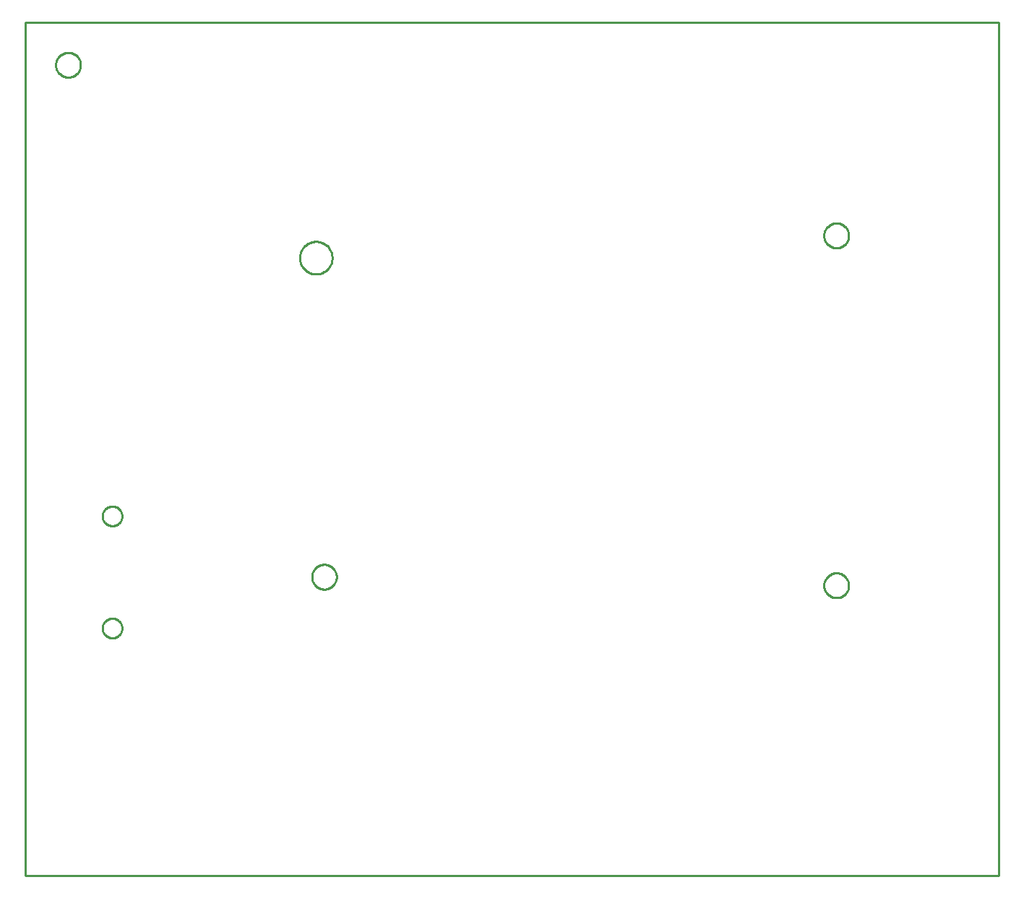
<source format=gbr>
G04 EAGLE Gerber RS-274X export*
G75*
%MOMM*%
%FSLAX34Y34*%
%LPD*%
%IN*%
%IPPOS*%
%AMOC8*
5,1,8,0,0,1.08239X$1,22.5*%
G01*
%ADD10C,0.254000*%


D10*
X0Y0D02*
X1140000Y0D01*
X1140000Y1000000D01*
X0Y1000000D01*
X0Y0D01*
X64500Y949482D02*
X64426Y948449D01*
X64279Y947424D01*
X64059Y946412D01*
X63767Y945418D01*
X63405Y944448D01*
X62975Y943505D01*
X62478Y942596D01*
X61918Y941725D01*
X61298Y940896D01*
X60619Y940113D01*
X59887Y939381D01*
X59104Y938703D01*
X58275Y938082D01*
X57404Y937522D01*
X56495Y937025D01*
X55552Y936595D01*
X54582Y936233D01*
X53588Y935941D01*
X52576Y935721D01*
X51551Y935574D01*
X50518Y935500D01*
X49482Y935500D01*
X48449Y935574D01*
X47424Y935721D01*
X46412Y935941D01*
X45418Y936233D01*
X44448Y936595D01*
X43505Y937025D01*
X42596Y937522D01*
X41725Y938082D01*
X40896Y938703D01*
X40113Y939381D01*
X39381Y940113D01*
X38703Y940896D01*
X38082Y941725D01*
X37522Y942596D01*
X37025Y943505D01*
X36595Y944448D01*
X36233Y945418D01*
X35941Y946412D01*
X35721Y947424D01*
X35574Y948449D01*
X35500Y949482D01*
X35500Y950518D01*
X35574Y951551D01*
X35721Y952576D01*
X35941Y953588D01*
X36233Y954582D01*
X36595Y955552D01*
X37025Y956495D01*
X37522Y957404D01*
X38082Y958275D01*
X38703Y959104D01*
X39381Y959887D01*
X40113Y960619D01*
X40896Y961298D01*
X41725Y961918D01*
X42596Y962478D01*
X43505Y962975D01*
X44448Y963405D01*
X45418Y963767D01*
X46412Y964059D01*
X47424Y964279D01*
X48449Y964426D01*
X49482Y964500D01*
X50518Y964500D01*
X51551Y964426D01*
X52576Y964279D01*
X53588Y964059D01*
X54582Y963767D01*
X55552Y963405D01*
X56495Y962975D01*
X57404Y962478D01*
X58275Y961918D01*
X59104Y961298D01*
X59887Y960619D01*
X60619Y959887D01*
X61298Y959104D01*
X61918Y958275D01*
X62478Y957404D01*
X62975Y956495D01*
X63405Y955552D01*
X63767Y954582D01*
X64059Y953588D01*
X64279Y952576D01*
X64426Y951551D01*
X64500Y950518D01*
X64500Y949482D01*
X964500Y749482D02*
X964426Y748449D01*
X964279Y747424D01*
X964059Y746412D01*
X963767Y745418D01*
X963405Y744448D01*
X962975Y743505D01*
X962478Y742596D01*
X961918Y741725D01*
X961298Y740896D01*
X960619Y740113D01*
X959887Y739381D01*
X959104Y738703D01*
X958275Y738082D01*
X957404Y737522D01*
X956495Y737025D01*
X955552Y736595D01*
X954582Y736233D01*
X953588Y735941D01*
X952576Y735721D01*
X951551Y735574D01*
X950518Y735500D01*
X949482Y735500D01*
X948449Y735574D01*
X947424Y735721D01*
X946412Y735941D01*
X945418Y736233D01*
X944448Y736595D01*
X943505Y737025D01*
X942596Y737522D01*
X941725Y738082D01*
X940896Y738703D01*
X940113Y739381D01*
X939381Y740113D01*
X938703Y740896D01*
X938082Y741725D01*
X937522Y742596D01*
X937025Y743505D01*
X936595Y744448D01*
X936233Y745418D01*
X935941Y746412D01*
X935721Y747424D01*
X935574Y748449D01*
X935500Y749482D01*
X935500Y750518D01*
X935574Y751551D01*
X935721Y752576D01*
X935941Y753588D01*
X936233Y754582D01*
X936595Y755552D01*
X937025Y756495D01*
X937522Y757404D01*
X938082Y758275D01*
X938703Y759104D01*
X939381Y759887D01*
X940113Y760619D01*
X940896Y761298D01*
X941725Y761918D01*
X942596Y762478D01*
X943505Y762975D01*
X944448Y763405D01*
X945418Y763767D01*
X946412Y764059D01*
X947424Y764279D01*
X948449Y764426D01*
X949482Y764500D01*
X950518Y764500D01*
X951551Y764426D01*
X952576Y764279D01*
X953588Y764059D01*
X954582Y763767D01*
X955552Y763405D01*
X956495Y762975D01*
X957404Y762478D01*
X958275Y761918D01*
X959104Y761298D01*
X959887Y760619D01*
X960619Y759887D01*
X961298Y759104D01*
X961918Y758275D01*
X962478Y757404D01*
X962975Y756495D01*
X963405Y755552D01*
X963767Y754582D01*
X964059Y753588D01*
X964279Y752576D01*
X964426Y751551D01*
X964500Y750518D01*
X964500Y749482D01*
X364500Y349482D02*
X364426Y348449D01*
X364279Y347424D01*
X364059Y346412D01*
X363767Y345418D01*
X363405Y344448D01*
X362975Y343505D01*
X362478Y342596D01*
X361918Y341725D01*
X361298Y340896D01*
X360619Y340113D01*
X359887Y339381D01*
X359104Y338703D01*
X358275Y338082D01*
X357404Y337522D01*
X356495Y337025D01*
X355552Y336595D01*
X354582Y336233D01*
X353588Y335941D01*
X352576Y335721D01*
X351551Y335574D01*
X350518Y335500D01*
X349482Y335500D01*
X348449Y335574D01*
X347424Y335721D01*
X346412Y335941D01*
X345418Y336233D01*
X344448Y336595D01*
X343505Y337025D01*
X342596Y337522D01*
X341725Y338082D01*
X340896Y338703D01*
X340113Y339381D01*
X339381Y340113D01*
X338703Y340896D01*
X338082Y341725D01*
X337522Y342596D01*
X337025Y343505D01*
X336595Y344448D01*
X336233Y345418D01*
X335941Y346412D01*
X335721Y347424D01*
X335574Y348449D01*
X335500Y349482D01*
X335500Y350518D01*
X335574Y351551D01*
X335721Y352576D01*
X335941Y353588D01*
X336233Y354582D01*
X336595Y355552D01*
X337025Y356495D01*
X337522Y357404D01*
X338082Y358275D01*
X338703Y359104D01*
X339381Y359887D01*
X340113Y360619D01*
X340896Y361298D01*
X341725Y361918D01*
X342596Y362478D01*
X343505Y362975D01*
X344448Y363405D01*
X345418Y363767D01*
X346412Y364059D01*
X347424Y364279D01*
X348449Y364426D01*
X349482Y364500D01*
X350518Y364500D01*
X351551Y364426D01*
X352576Y364279D01*
X353588Y364059D01*
X354582Y363767D01*
X355552Y363405D01*
X356495Y362975D01*
X357404Y362478D01*
X358275Y361918D01*
X359104Y361298D01*
X359887Y360619D01*
X360619Y359887D01*
X361298Y359104D01*
X361918Y358275D01*
X362478Y357404D01*
X362975Y356495D01*
X363405Y355552D01*
X363767Y354582D01*
X364059Y353588D01*
X364279Y352576D01*
X364426Y351551D01*
X364500Y350518D01*
X364500Y349482D01*
X964500Y339482D02*
X964426Y338449D01*
X964279Y337424D01*
X964059Y336412D01*
X963767Y335418D01*
X963405Y334448D01*
X962975Y333505D01*
X962478Y332596D01*
X961918Y331725D01*
X961298Y330896D01*
X960619Y330113D01*
X959887Y329381D01*
X959104Y328703D01*
X958275Y328082D01*
X957404Y327522D01*
X956495Y327025D01*
X955552Y326595D01*
X954582Y326233D01*
X953588Y325941D01*
X952576Y325721D01*
X951551Y325574D01*
X950518Y325500D01*
X949482Y325500D01*
X948449Y325574D01*
X947424Y325721D01*
X946412Y325941D01*
X945418Y326233D01*
X944448Y326595D01*
X943505Y327025D01*
X942596Y327522D01*
X941725Y328082D01*
X940896Y328703D01*
X940113Y329381D01*
X939381Y330113D01*
X938703Y330896D01*
X938082Y331725D01*
X937522Y332596D01*
X937025Y333505D01*
X936595Y334448D01*
X936233Y335418D01*
X935941Y336412D01*
X935721Y337424D01*
X935574Y338449D01*
X935500Y339482D01*
X935500Y340518D01*
X935574Y341551D01*
X935721Y342576D01*
X935941Y343588D01*
X936233Y344582D01*
X936595Y345552D01*
X937025Y346495D01*
X937522Y347404D01*
X938082Y348275D01*
X938703Y349104D01*
X939381Y349887D01*
X940113Y350619D01*
X940896Y351298D01*
X941725Y351918D01*
X942596Y352478D01*
X943505Y352975D01*
X944448Y353405D01*
X945418Y353767D01*
X946412Y354059D01*
X947424Y354279D01*
X948449Y354426D01*
X949482Y354500D01*
X950518Y354500D01*
X951551Y354426D01*
X952576Y354279D01*
X953588Y354059D01*
X954582Y353767D01*
X955552Y353405D01*
X956495Y352975D01*
X957404Y352478D01*
X958275Y351918D01*
X959104Y351298D01*
X959887Y350619D01*
X960619Y349887D01*
X961298Y349104D01*
X961918Y348275D01*
X962478Y347404D01*
X962975Y346495D01*
X963405Y345552D01*
X963767Y344582D01*
X964059Y343588D01*
X964279Y342576D01*
X964426Y341551D01*
X964500Y340518D01*
X964500Y339482D01*
X101148Y409800D02*
X100247Y409871D01*
X99355Y410012D01*
X98476Y410223D01*
X97617Y410502D01*
X96782Y410848D01*
X95977Y411259D01*
X95206Y411731D01*
X94475Y412262D01*
X93788Y412849D01*
X93149Y413488D01*
X92562Y414175D01*
X92031Y414906D01*
X91559Y415677D01*
X91148Y416482D01*
X90802Y417317D01*
X90523Y418176D01*
X90312Y419055D01*
X90171Y419947D01*
X90100Y420848D01*
X90100Y421752D01*
X90171Y422653D01*
X90312Y423545D01*
X90523Y424424D01*
X90802Y425283D01*
X91148Y426118D01*
X91559Y426923D01*
X92031Y427694D01*
X92562Y428425D01*
X93149Y429112D01*
X93788Y429751D01*
X94475Y430338D01*
X95206Y430869D01*
X95977Y431341D01*
X96782Y431752D01*
X97617Y432098D01*
X98476Y432377D01*
X99355Y432588D01*
X100247Y432729D01*
X101148Y432800D01*
X102052Y432800D01*
X102953Y432729D01*
X103845Y432588D01*
X104724Y432377D01*
X105583Y432098D01*
X106418Y431752D01*
X107223Y431341D01*
X107994Y430869D01*
X108725Y430338D01*
X109412Y429751D01*
X110051Y429112D01*
X110638Y428425D01*
X111169Y427694D01*
X111641Y426923D01*
X112052Y426118D01*
X112398Y425283D01*
X112677Y424424D01*
X112888Y423545D01*
X113029Y422653D01*
X113100Y421752D01*
X113100Y420848D01*
X113029Y419947D01*
X112888Y419055D01*
X112677Y418176D01*
X112398Y417317D01*
X112052Y416482D01*
X111641Y415677D01*
X111169Y414906D01*
X110638Y414175D01*
X110051Y413488D01*
X109412Y412849D01*
X108725Y412262D01*
X107994Y411731D01*
X107223Y411259D01*
X106418Y410848D01*
X105583Y410502D01*
X104724Y410223D01*
X103845Y410012D01*
X102953Y409871D01*
X102052Y409800D01*
X101148Y409800D01*
X101148Y278400D02*
X100247Y278471D01*
X99355Y278612D01*
X98476Y278823D01*
X97617Y279102D01*
X96782Y279448D01*
X95977Y279859D01*
X95206Y280331D01*
X94475Y280862D01*
X93788Y281449D01*
X93149Y282088D01*
X92562Y282775D01*
X92031Y283506D01*
X91559Y284277D01*
X91148Y285082D01*
X90802Y285917D01*
X90523Y286776D01*
X90312Y287655D01*
X90171Y288547D01*
X90100Y289448D01*
X90100Y290352D01*
X90171Y291253D01*
X90312Y292145D01*
X90523Y293024D01*
X90802Y293883D01*
X91148Y294718D01*
X91559Y295523D01*
X92031Y296294D01*
X92562Y297025D01*
X93149Y297712D01*
X93788Y298351D01*
X94475Y298938D01*
X95206Y299469D01*
X95977Y299941D01*
X96782Y300352D01*
X97617Y300698D01*
X98476Y300977D01*
X99355Y301188D01*
X100247Y301329D01*
X101148Y301400D01*
X102052Y301400D01*
X102953Y301329D01*
X103845Y301188D01*
X104724Y300977D01*
X105583Y300698D01*
X106418Y300352D01*
X107223Y299941D01*
X107994Y299469D01*
X108725Y298938D01*
X109412Y298351D01*
X110051Y297712D01*
X110638Y297025D01*
X111169Y296294D01*
X111641Y295523D01*
X112052Y294718D01*
X112398Y293883D01*
X112677Y293024D01*
X112888Y292145D01*
X113029Y291253D01*
X113100Y290352D01*
X113100Y289448D01*
X113029Y288547D01*
X112888Y287655D01*
X112677Y286776D01*
X112398Y285917D01*
X112052Y285082D01*
X111641Y284277D01*
X111169Y283506D01*
X110638Y282775D01*
X110051Y282088D01*
X109412Y281449D01*
X108725Y280862D01*
X107994Y280331D01*
X107223Y279859D01*
X106418Y279448D01*
X105583Y279102D01*
X104724Y278823D01*
X103845Y278612D01*
X102953Y278471D01*
X102052Y278400D01*
X101148Y278400D01*
X339784Y704850D02*
X338635Y704920D01*
X337492Y705058D01*
X336360Y705266D01*
X335242Y705541D01*
X334143Y705884D01*
X333067Y706292D01*
X332017Y706765D01*
X330997Y707300D01*
X330012Y707895D01*
X329065Y708549D01*
X328158Y709259D01*
X327297Y710023D01*
X326483Y710837D01*
X325719Y711698D01*
X325009Y712605D01*
X324355Y713552D01*
X323760Y714537D01*
X323225Y715557D01*
X322752Y716607D01*
X322344Y717683D01*
X322001Y718782D01*
X321726Y719900D01*
X321518Y721032D01*
X321380Y722175D01*
X321310Y723324D01*
X321310Y724476D01*
X321380Y725625D01*
X321518Y726768D01*
X321726Y727900D01*
X322001Y729018D01*
X322344Y730117D01*
X322752Y731193D01*
X323225Y732243D01*
X323760Y733263D01*
X324355Y734248D01*
X325009Y735195D01*
X325719Y736102D01*
X326483Y736963D01*
X327297Y737777D01*
X328158Y738541D01*
X329065Y739251D01*
X330012Y739905D01*
X330997Y740500D01*
X332017Y741035D01*
X333067Y741508D01*
X334143Y741916D01*
X335242Y742259D01*
X336360Y742534D01*
X337492Y742742D01*
X338635Y742881D01*
X339784Y742950D01*
X340936Y742950D01*
X342085Y742881D01*
X343228Y742742D01*
X344360Y742534D01*
X345478Y742259D01*
X346577Y741916D01*
X347653Y741508D01*
X348703Y741035D01*
X349723Y740500D01*
X350708Y739905D01*
X351655Y739251D01*
X352562Y738541D01*
X353423Y737777D01*
X354237Y736963D01*
X355001Y736102D01*
X355711Y735195D01*
X356365Y734248D01*
X356960Y733263D01*
X357495Y732243D01*
X357968Y731193D01*
X358376Y730117D01*
X358719Y729018D01*
X358994Y727900D01*
X359202Y726768D01*
X359341Y725625D01*
X359410Y724476D01*
X359410Y723324D01*
X359341Y722175D01*
X359202Y721032D01*
X358994Y719900D01*
X358719Y718782D01*
X358376Y717683D01*
X357968Y716607D01*
X357495Y715557D01*
X356960Y714537D01*
X356365Y713552D01*
X355711Y712605D01*
X355001Y711698D01*
X354237Y710837D01*
X353423Y710023D01*
X352562Y709259D01*
X351655Y708549D01*
X350708Y707895D01*
X349723Y707300D01*
X348703Y706765D01*
X347653Y706292D01*
X346577Y705884D01*
X345478Y705541D01*
X344360Y705266D01*
X343228Y705058D01*
X342085Y704920D01*
X340936Y704850D01*
X339784Y704850D01*
M02*

</source>
